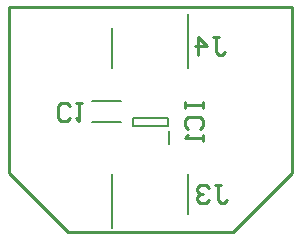
<source format=gbo>
G04*
G04 #@! TF.GenerationSoftware,Altium Limited,Altium Designer,21.6.4 (81)*
G04*
G04 Layer_Color=32896*
%FSLAX25Y25*%
%MOIN*%
G70*
G04*
G04 #@! TF.SameCoordinates,E44EF727-AEEB-4240-987C-FE85ED8235F7*
G04*
G04*
G04 #@! TF.FilePolarity,Positive*
G04*
G01*
G75*
%ADD10C,0.01000*%
%ADD20C,0.00787*%
D10*
X48359Y64920D02*
X50358D01*
X49358D01*
Y59921D01*
X50358Y58921D01*
X51358D01*
X52357Y59921D01*
X43360Y58921D02*
Y64920D01*
X46359Y61920D01*
X42361D01*
X38960Y43301D02*
Y41302D01*
Y42301D01*
X44958D01*
Y43301D01*
Y41302D01*
X39960Y34304D02*
X38960Y35304D01*
Y37303D01*
X39960Y38303D01*
X43958D01*
X44958Y37303D01*
Y35304D01*
X43958Y34304D01*
X44958Y32305D02*
Y30305D01*
Y31305D01*
X38960D01*
X39960Y32305D01*
X49059Y15497D02*
X51058D01*
X50058D01*
Y10499D01*
X51058Y9499D01*
X52058D01*
X53057Y10499D01*
X47059Y14498D02*
X46060Y15497D01*
X44060D01*
X43061Y14498D01*
Y13498D01*
X44060Y12498D01*
X45060D01*
X44060D01*
X43061Y11499D01*
Y10499D01*
X44060Y9499D01*
X46060D01*
X47059Y10499D01*
X903Y37904D02*
X-97Y36904D01*
X-2096D01*
X-3096Y37904D01*
Y41903D01*
X-2096Y42902D01*
X-97D01*
X903Y41903D01*
X2902Y42902D02*
X4902D01*
X3902D01*
Y36904D01*
X2902Y37904D01*
X-19685Y74803D02*
X74803D01*
Y19685D02*
Y74803D01*
X55118Y0D02*
X74803Y19685D01*
X0Y0D02*
X55118D01*
X-19685Y19685D02*
X0Y0D01*
X-19685Y19685D02*
Y74803D01*
D20*
X40216Y54528D02*
Y72539D01*
X14902Y54528D02*
Y67913D01*
X33268Y35127D02*
Y38080D01*
X21850D02*
X33268D01*
X21850Y35127D02*
Y38080D01*
Y35127D02*
X33268D01*
X33858Y29221D02*
Y33749D01*
X14902Y1280D02*
Y19291D01*
X40216Y5906D02*
Y19291D01*
X8255Y43474D02*
X17751D01*
X8255Y36733D02*
X17751D01*
M02*

</source>
